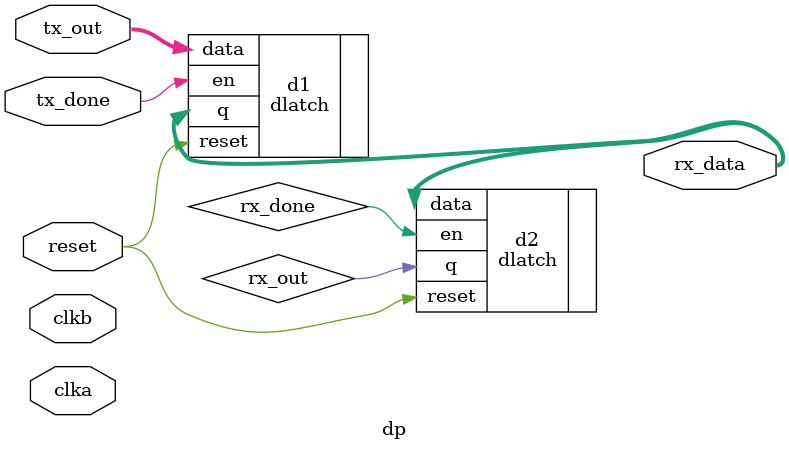
<source format=v>

module dp(
          input clka, clkb, reset, tx_done,
          input wire [7:0] tx_out,
          output [7:0] rx_data );

dlatch d1(.data(tx_out), .en(tx_done), .reset(reset), .q(rx_data));

dlatch d2(.data(rx_data), .en(rx_done), .reset(reset), .q(rx_out));

endmodule

</source>
